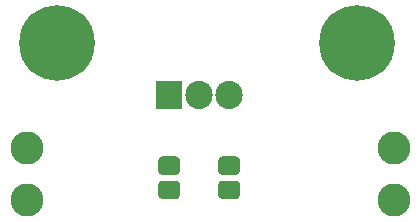
<source format=gts>
G04 #@! TF.GenerationSoftware,KiCad,Pcbnew,(5.0.0)*
G04 #@! TF.CreationDate,2019-06-11T23:30:22+02:00*
G04 #@! TF.ProjectId,5v-step-down,35762D737465702D646F776E2E6B6963,rev?*
G04 #@! TF.SameCoordinates,Original*
G04 #@! TF.FileFunction,Soldermask,Top*
G04 #@! TF.FilePolarity,Negative*
%FSLAX46Y46*%
G04 Gerber Fmt 4.6, Leading zero omitted, Abs format (unit mm)*
G04 Created by KiCad (PCBNEW (5.0.0)) date 06/11/19 23:30:22*
%MOMM*%
%LPD*%
G01*
G04 APERTURE LIST*
%ADD10C,6.400000*%
%ADD11C,2.800000*%
%ADD12O,2.305000X2.400000*%
%ADD13R,2.305000X2.400000*%
%ADD14C,0.100000*%
%ADD15C,1.550000*%
G04 APERTURE END LIST*
D10*
G04 #@! TO.C,Heatsink*
X94615000Y-67310000D03*
X120015000Y-67310000D03*
G04 #@! TD*
D11*
G04 #@! TO.C, *
X92075000Y-76200000D03*
G04 #@! TD*
G04 #@! TO.C, *
X92075000Y-80645000D03*
G04 #@! TD*
G04 #@! TO.C, *
X123190000Y-80645000D03*
G04 #@! TD*
D12*
G04 #@! TO.C,L78S05CV*
X109220000Y-71755000D03*
X106680000Y-71755000D03*
D13*
X104140000Y-71755000D03*
G04 #@! TD*
D14*
G04 #@! TO.C,0.33\00B5F*
G36*
X104736071Y-78991623D02*
X104768781Y-78996475D01*
X104800857Y-79004509D01*
X104831991Y-79015649D01*
X104861884Y-79029787D01*
X104890247Y-79046787D01*
X104916807Y-79066485D01*
X104941308Y-79088692D01*
X104963515Y-79113193D01*
X104983213Y-79139753D01*
X105000213Y-79168116D01*
X105014351Y-79198009D01*
X105025491Y-79229143D01*
X105033525Y-79261219D01*
X105038377Y-79293929D01*
X105040000Y-79326956D01*
X105040000Y-80203044D01*
X105038377Y-80236071D01*
X105033525Y-80268781D01*
X105025491Y-80300857D01*
X105014351Y-80331991D01*
X105000213Y-80361884D01*
X104983213Y-80390247D01*
X104963515Y-80416807D01*
X104941308Y-80441308D01*
X104916807Y-80463515D01*
X104890247Y-80483213D01*
X104861884Y-80500213D01*
X104831991Y-80514351D01*
X104800857Y-80525491D01*
X104768781Y-80533525D01*
X104736071Y-80538377D01*
X104703044Y-80540000D01*
X103576956Y-80540000D01*
X103543929Y-80538377D01*
X103511219Y-80533525D01*
X103479143Y-80525491D01*
X103448009Y-80514351D01*
X103418116Y-80500213D01*
X103389753Y-80483213D01*
X103363193Y-80463515D01*
X103338692Y-80441308D01*
X103316485Y-80416807D01*
X103296787Y-80390247D01*
X103279787Y-80361884D01*
X103265649Y-80331991D01*
X103254509Y-80300857D01*
X103246475Y-80268781D01*
X103241623Y-80236071D01*
X103240000Y-80203044D01*
X103240000Y-79326956D01*
X103241623Y-79293929D01*
X103246475Y-79261219D01*
X103254509Y-79229143D01*
X103265649Y-79198009D01*
X103279787Y-79168116D01*
X103296787Y-79139753D01*
X103316485Y-79113193D01*
X103338692Y-79088692D01*
X103363193Y-79066485D01*
X103389753Y-79046787D01*
X103418116Y-79029787D01*
X103448009Y-79015649D01*
X103479143Y-79004509D01*
X103511219Y-78996475D01*
X103543929Y-78991623D01*
X103576956Y-78990000D01*
X104703044Y-78990000D01*
X104736071Y-78991623D01*
X104736071Y-78991623D01*
G37*
D15*
X104140000Y-79765000D03*
D14*
G36*
X104736071Y-76941623D02*
X104768781Y-76946475D01*
X104800857Y-76954509D01*
X104831991Y-76965649D01*
X104861884Y-76979787D01*
X104890247Y-76996787D01*
X104916807Y-77016485D01*
X104941308Y-77038692D01*
X104963515Y-77063193D01*
X104983213Y-77089753D01*
X105000213Y-77118116D01*
X105014351Y-77148009D01*
X105025491Y-77179143D01*
X105033525Y-77211219D01*
X105038377Y-77243929D01*
X105040000Y-77276956D01*
X105040000Y-78153044D01*
X105038377Y-78186071D01*
X105033525Y-78218781D01*
X105025491Y-78250857D01*
X105014351Y-78281991D01*
X105000213Y-78311884D01*
X104983213Y-78340247D01*
X104963515Y-78366807D01*
X104941308Y-78391308D01*
X104916807Y-78413515D01*
X104890247Y-78433213D01*
X104861884Y-78450213D01*
X104831991Y-78464351D01*
X104800857Y-78475491D01*
X104768781Y-78483525D01*
X104736071Y-78488377D01*
X104703044Y-78490000D01*
X103576956Y-78490000D01*
X103543929Y-78488377D01*
X103511219Y-78483525D01*
X103479143Y-78475491D01*
X103448009Y-78464351D01*
X103418116Y-78450213D01*
X103389753Y-78433213D01*
X103363193Y-78413515D01*
X103338692Y-78391308D01*
X103316485Y-78366807D01*
X103296787Y-78340247D01*
X103279787Y-78311884D01*
X103265649Y-78281991D01*
X103254509Y-78250857D01*
X103246475Y-78218781D01*
X103241623Y-78186071D01*
X103240000Y-78153044D01*
X103240000Y-77276956D01*
X103241623Y-77243929D01*
X103246475Y-77211219D01*
X103254509Y-77179143D01*
X103265649Y-77148009D01*
X103279787Y-77118116D01*
X103296787Y-77089753D01*
X103316485Y-77063193D01*
X103338692Y-77038692D01*
X103363193Y-77016485D01*
X103389753Y-76996787D01*
X103418116Y-76979787D01*
X103448009Y-76965649D01*
X103479143Y-76954509D01*
X103511219Y-76946475D01*
X103543929Y-76941623D01*
X103576956Y-76940000D01*
X104703044Y-76940000D01*
X104736071Y-76941623D01*
X104736071Y-76941623D01*
G37*
D15*
X104140000Y-77715000D03*
G04 #@! TD*
D14*
G04 #@! TO.C,0.1\00B5F*
G36*
X109816071Y-78991623D02*
X109848781Y-78996475D01*
X109880857Y-79004509D01*
X109911991Y-79015649D01*
X109941884Y-79029787D01*
X109970247Y-79046787D01*
X109996807Y-79066485D01*
X110021308Y-79088692D01*
X110043515Y-79113193D01*
X110063213Y-79139753D01*
X110080213Y-79168116D01*
X110094351Y-79198009D01*
X110105491Y-79229143D01*
X110113525Y-79261219D01*
X110118377Y-79293929D01*
X110120000Y-79326956D01*
X110120000Y-80203044D01*
X110118377Y-80236071D01*
X110113525Y-80268781D01*
X110105491Y-80300857D01*
X110094351Y-80331991D01*
X110080213Y-80361884D01*
X110063213Y-80390247D01*
X110043515Y-80416807D01*
X110021308Y-80441308D01*
X109996807Y-80463515D01*
X109970247Y-80483213D01*
X109941884Y-80500213D01*
X109911991Y-80514351D01*
X109880857Y-80525491D01*
X109848781Y-80533525D01*
X109816071Y-80538377D01*
X109783044Y-80540000D01*
X108656956Y-80540000D01*
X108623929Y-80538377D01*
X108591219Y-80533525D01*
X108559143Y-80525491D01*
X108528009Y-80514351D01*
X108498116Y-80500213D01*
X108469753Y-80483213D01*
X108443193Y-80463515D01*
X108418692Y-80441308D01*
X108396485Y-80416807D01*
X108376787Y-80390247D01*
X108359787Y-80361884D01*
X108345649Y-80331991D01*
X108334509Y-80300857D01*
X108326475Y-80268781D01*
X108321623Y-80236071D01*
X108320000Y-80203044D01*
X108320000Y-79326956D01*
X108321623Y-79293929D01*
X108326475Y-79261219D01*
X108334509Y-79229143D01*
X108345649Y-79198009D01*
X108359787Y-79168116D01*
X108376787Y-79139753D01*
X108396485Y-79113193D01*
X108418692Y-79088692D01*
X108443193Y-79066485D01*
X108469753Y-79046787D01*
X108498116Y-79029787D01*
X108528009Y-79015649D01*
X108559143Y-79004509D01*
X108591219Y-78996475D01*
X108623929Y-78991623D01*
X108656956Y-78990000D01*
X109783044Y-78990000D01*
X109816071Y-78991623D01*
X109816071Y-78991623D01*
G37*
D15*
X109220000Y-79765000D03*
D14*
G36*
X109816071Y-76941623D02*
X109848781Y-76946475D01*
X109880857Y-76954509D01*
X109911991Y-76965649D01*
X109941884Y-76979787D01*
X109970247Y-76996787D01*
X109996807Y-77016485D01*
X110021308Y-77038692D01*
X110043515Y-77063193D01*
X110063213Y-77089753D01*
X110080213Y-77118116D01*
X110094351Y-77148009D01*
X110105491Y-77179143D01*
X110113525Y-77211219D01*
X110118377Y-77243929D01*
X110120000Y-77276956D01*
X110120000Y-78153044D01*
X110118377Y-78186071D01*
X110113525Y-78218781D01*
X110105491Y-78250857D01*
X110094351Y-78281991D01*
X110080213Y-78311884D01*
X110063213Y-78340247D01*
X110043515Y-78366807D01*
X110021308Y-78391308D01*
X109996807Y-78413515D01*
X109970247Y-78433213D01*
X109941884Y-78450213D01*
X109911991Y-78464351D01*
X109880857Y-78475491D01*
X109848781Y-78483525D01*
X109816071Y-78488377D01*
X109783044Y-78490000D01*
X108656956Y-78490000D01*
X108623929Y-78488377D01*
X108591219Y-78483525D01*
X108559143Y-78475491D01*
X108528009Y-78464351D01*
X108498116Y-78450213D01*
X108469753Y-78433213D01*
X108443193Y-78413515D01*
X108418692Y-78391308D01*
X108396485Y-78366807D01*
X108376787Y-78340247D01*
X108359787Y-78311884D01*
X108345649Y-78281991D01*
X108334509Y-78250857D01*
X108326475Y-78218781D01*
X108321623Y-78186071D01*
X108320000Y-78153044D01*
X108320000Y-77276956D01*
X108321623Y-77243929D01*
X108326475Y-77211219D01*
X108334509Y-77179143D01*
X108345649Y-77148009D01*
X108359787Y-77118116D01*
X108376787Y-77089753D01*
X108396485Y-77063193D01*
X108418692Y-77038692D01*
X108443193Y-77016485D01*
X108469753Y-76996787D01*
X108498116Y-76979787D01*
X108528009Y-76965649D01*
X108559143Y-76954509D01*
X108591219Y-76946475D01*
X108623929Y-76941623D01*
X108656956Y-76940000D01*
X109783044Y-76940000D01*
X109816071Y-76941623D01*
X109816071Y-76941623D01*
G37*
D15*
X109220000Y-77715000D03*
G04 #@! TD*
D11*
G04 #@! TO.C, *
X123190000Y-76200000D03*
G04 #@! TD*
M02*

</source>
